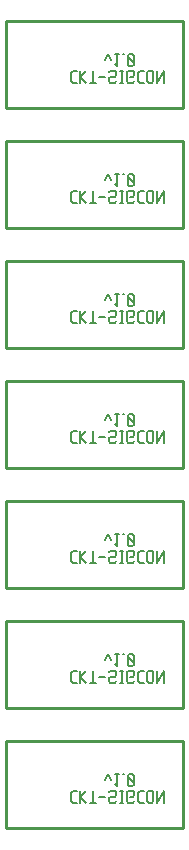
<source format=gbr>
G04 start of page 10 for group -4078 idx -4078 *
G04 Title: (unknown), bottomsilk *
G04 Creator: pcb 4.0.2 *
G04 CreationDate: Wed Oct 14 23:14:01 2020 UTC *
G04 For: ndholmes *
G04 Format: Gerber/RS-274X *
G04 PCB-Dimensions (mil): 610.00 2710.00 *
G04 PCB-Coordinate-Origin: lower left *
%MOIN*%
%FSLAX25Y25*%
%LNBOTTOMSILK*%
%ADD34C,0.0080*%
%ADD33C,0.0100*%
G54D33*X1000Y150000D02*X60000D01*
Y121000D01*
Y110000D02*Y81000D01*
Y70000D02*Y41000D01*
Y30000D02*Y1000D01*
Y121000D02*X1000D01*
Y110000D02*X60000D01*
X1000Y121000D02*Y150000D01*
X60000Y81000D02*X1000D01*
Y110000D01*
Y70000D02*X60000D01*
Y41000D02*X1000D01*
Y70000D01*
Y30000D02*X60000D01*
Y1000D02*X1000D01*
Y30000D01*
Y190000D02*X60000D01*
Y161000D01*
X1000D01*
Y190000D01*
Y270000D02*X60000D01*
Y241000D01*
X1000D01*
Y270000D01*
Y230000D02*X60000D01*
Y201000D01*
X1000D01*
Y230000D01*
G54D34*X23200Y253500D02*X24500D01*
X22500Y252800D02*X23200Y253500D01*
X22500Y250200D02*Y252800D01*
Y250200D02*X23200Y249500D01*
X24500D01*
X25700D02*Y253500D01*
Y251500D02*X27700Y249500D01*
X25700Y251500D02*X27700Y253500D01*
X28900Y249500D02*X30900D01*
X29900D02*Y253500D01*
X32100Y251500D02*X34100D01*
X37300Y249500D02*X37800Y250000D01*
X35800Y249500D02*X37300D01*
X35300Y250000D02*X35800Y249500D01*
X35300Y250000D02*Y251000D01*
X35800Y251500D01*
X37300D01*
X37800Y252000D01*
Y253000D01*
X37300Y253500D02*X37800Y253000D01*
X35800Y253500D02*X37300D01*
X35300Y253000D02*X35800Y253500D01*
X39000Y249500D02*X40000D01*
X39500D02*Y253500D01*
X39000D02*X40000D01*
X43200Y249500D02*X43700Y250000D01*
X41700Y249500D02*X43200D01*
X41200Y250000D02*X41700Y249500D01*
X41200Y250000D02*Y253000D01*
X41700Y253500D01*
X43200D01*
X43700Y253000D01*
Y252000D02*Y253000D01*
X43200Y251500D02*X43700Y252000D01*
X42200Y251500D02*X43200D01*
X45600Y253500D02*X46900D01*
X44900Y252800D02*X45600Y253500D01*
X44900Y250200D02*Y252800D01*
Y250200D02*X45600Y249500D01*
X46900D01*
X48100Y250000D02*Y253000D01*
Y250000D02*X48600Y249500D01*
X49600D01*
X50100Y250000D01*
Y253000D01*
X49600Y253500D02*X50100Y253000D01*
X48600Y253500D02*X49600D01*
X48100Y253000D02*X48600Y253500D01*
X51300Y249500D02*Y253500D01*
Y249500D02*X53800Y253500D01*
Y249500D02*Y253500D01*
X34000Y257000D02*X35000Y259000D01*
X36000Y257000D02*X35000Y259000D01*
X37200Y255800D02*X38000Y255000D01*
Y259000D01*
X37200D02*X38700D01*
X39900D02*X40400D01*
X41600Y258500D02*X42100Y259000D01*
X41600Y255500D02*Y258500D01*
Y255500D02*X42100Y255000D01*
X43100D01*
X43600Y255500D01*
Y258500D01*
X43100Y259000D02*X43600Y258500D01*
X42100Y259000D02*X43100D01*
X41600Y258000D02*X43600Y256000D01*
X23200Y173500D02*X24500D01*
X22500Y172800D02*X23200Y173500D01*
X22500Y170200D02*Y172800D01*
Y170200D02*X23200Y169500D01*
X24500D01*
X25700D02*Y173500D01*
Y171500D02*X27700Y169500D01*
X25700Y171500D02*X27700Y173500D01*
X28900Y169500D02*X30900D01*
X29900D02*Y173500D01*
X32100Y171500D02*X34100D01*
X37300Y169500D02*X37800Y170000D01*
X35800Y169500D02*X37300D01*
X35300Y170000D02*X35800Y169500D01*
X35300Y170000D02*Y171000D01*
X35800Y171500D01*
X37300D01*
X37800Y172000D01*
Y173000D01*
X37300Y173500D02*X37800Y173000D01*
X35800Y173500D02*X37300D01*
X35300Y173000D02*X35800Y173500D01*
X39000Y169500D02*X40000D01*
X39500D02*Y173500D01*
X39000D02*X40000D01*
X43200Y169500D02*X43700Y170000D01*
X41700Y169500D02*X43200D01*
X41200Y170000D02*X41700Y169500D01*
X41200Y170000D02*Y173000D01*
X41700Y173500D01*
X43200D01*
X43700Y173000D01*
Y172000D02*Y173000D01*
X43200Y171500D02*X43700Y172000D01*
X42200Y171500D02*X43200D01*
X45600Y173500D02*X46900D01*
X44900Y172800D02*X45600Y173500D01*
X44900Y170200D02*Y172800D01*
Y170200D02*X45600Y169500D01*
X46900D01*
X48100Y170000D02*Y173000D01*
Y170000D02*X48600Y169500D01*
X49600D01*
X50100Y170000D01*
Y173000D01*
X49600Y173500D02*X50100Y173000D01*
X48600Y173500D02*X49600D01*
X48100Y173000D02*X48600Y173500D01*
X51300Y169500D02*Y173500D01*
Y169500D02*X53800Y173500D01*
Y169500D02*Y173500D01*
X34000Y177000D02*X35000Y179000D01*
X36000Y177000D02*X35000Y179000D01*
X37200Y175800D02*X38000Y175000D01*
Y179000D01*
X37200D02*X38700D01*
X39900D02*X40400D01*
X41600Y178500D02*X42100Y179000D01*
X41600Y175500D02*Y178500D01*
Y175500D02*X42100Y175000D01*
X43100D01*
X43600Y175500D01*
Y178500D01*
X43100Y179000D02*X43600Y178500D01*
X42100Y179000D02*X43100D01*
X41600Y178000D02*X43600Y176000D01*
X23200Y213500D02*X24500D01*
X22500Y212800D02*X23200Y213500D01*
X22500Y210200D02*Y212800D01*
Y210200D02*X23200Y209500D01*
X24500D01*
X25700D02*Y213500D01*
Y211500D02*X27700Y209500D01*
X25700Y211500D02*X27700Y213500D01*
X28900Y209500D02*X30900D01*
X29900D02*Y213500D01*
X32100Y211500D02*X34100D01*
X37300Y209500D02*X37800Y210000D01*
X35800Y209500D02*X37300D01*
X35300Y210000D02*X35800Y209500D01*
X35300Y210000D02*Y211000D01*
X35800Y211500D01*
X37300D01*
X37800Y212000D01*
Y213000D01*
X37300Y213500D02*X37800Y213000D01*
X35800Y213500D02*X37300D01*
X35300Y213000D02*X35800Y213500D01*
X39000Y209500D02*X40000D01*
X39500D02*Y213500D01*
X39000D02*X40000D01*
X43200Y209500D02*X43700Y210000D01*
X41700Y209500D02*X43200D01*
X41200Y210000D02*X41700Y209500D01*
X41200Y210000D02*Y213000D01*
X41700Y213500D01*
X43200D01*
X43700Y213000D01*
Y212000D02*Y213000D01*
X43200Y211500D02*X43700Y212000D01*
X42200Y211500D02*X43200D01*
X45600Y213500D02*X46900D01*
X44900Y212800D02*X45600Y213500D01*
X44900Y210200D02*Y212800D01*
Y210200D02*X45600Y209500D01*
X46900D01*
X48100Y210000D02*Y213000D01*
Y210000D02*X48600Y209500D01*
X49600D01*
X50100Y210000D01*
Y213000D01*
X49600Y213500D02*X50100Y213000D01*
X48600Y213500D02*X49600D01*
X48100Y213000D02*X48600Y213500D01*
X51300Y209500D02*Y213500D01*
Y209500D02*X53800Y213500D01*
Y209500D02*Y213500D01*
X34000Y217000D02*X35000Y219000D01*
X36000Y217000D02*X35000Y219000D01*
X37200Y215800D02*X38000Y215000D01*
Y219000D01*
X37200D02*X38700D01*
X39900D02*X40400D01*
X41600Y218500D02*X42100Y219000D01*
X41600Y215500D02*Y218500D01*
Y215500D02*X42100Y215000D01*
X43100D01*
X43600Y215500D01*
Y218500D01*
X43100Y219000D02*X43600Y218500D01*
X42100Y219000D02*X43100D01*
X41600Y218000D02*X43600Y216000D01*
X23200Y133500D02*X24500D01*
X22500Y132800D02*X23200Y133500D01*
X22500Y130200D02*Y132800D01*
Y130200D02*X23200Y129500D01*
X24500D01*
X25700D02*Y133500D01*
Y131500D02*X27700Y129500D01*
X25700Y131500D02*X27700Y133500D01*
X28900Y129500D02*X30900D01*
X29900D02*Y133500D01*
X32100Y131500D02*X34100D01*
X37300Y129500D02*X37800Y130000D01*
X35800Y129500D02*X37300D01*
X35300Y130000D02*X35800Y129500D01*
X35300Y130000D02*Y131000D01*
X35800Y131500D01*
X37300D01*
X37800Y132000D01*
Y133000D01*
X37300Y133500D02*X37800Y133000D01*
X35800Y133500D02*X37300D01*
X35300Y133000D02*X35800Y133500D01*
X39000Y129500D02*X40000D01*
X39500D02*Y133500D01*
X39000D02*X40000D01*
X43200Y129500D02*X43700Y130000D01*
X41700Y129500D02*X43200D01*
X41200Y130000D02*X41700Y129500D01*
X41200Y130000D02*Y133000D01*
X41700Y133500D01*
X43200D01*
X43700Y133000D01*
Y132000D02*Y133000D01*
X43200Y131500D02*X43700Y132000D01*
X42200Y131500D02*X43200D01*
X45600Y133500D02*X46900D01*
X44900Y132800D02*X45600Y133500D01*
X44900Y130200D02*Y132800D01*
Y130200D02*X45600Y129500D01*
X46900D01*
X48100Y130000D02*Y133000D01*
Y130000D02*X48600Y129500D01*
X49600D01*
X50100Y130000D01*
Y133000D01*
X49600Y133500D02*X50100Y133000D01*
X48600Y133500D02*X49600D01*
X48100Y133000D02*X48600Y133500D01*
X51300Y129500D02*Y133500D01*
Y129500D02*X53800Y133500D01*
Y129500D02*Y133500D01*
X34000Y137000D02*X35000Y139000D01*
X36000Y137000D02*X35000Y139000D01*
X37200Y135800D02*X38000Y135000D01*
Y139000D01*
X37200D02*X38700D01*
X39900D02*X40400D01*
X41600Y138500D02*X42100Y139000D01*
X41600Y135500D02*Y138500D01*
Y135500D02*X42100Y135000D01*
X43100D01*
X43600Y135500D01*
Y138500D01*
X43100Y139000D02*X43600Y138500D01*
X42100Y139000D02*X43100D01*
X41600Y138000D02*X43600Y136000D01*
X23200Y93500D02*X24500D01*
X22500Y92800D02*X23200Y93500D01*
X22500Y90200D02*Y92800D01*
Y90200D02*X23200Y89500D01*
X24500D01*
X25700D02*Y93500D01*
Y91500D02*X27700Y89500D01*
X25700Y91500D02*X27700Y93500D01*
X28900Y89500D02*X30900D01*
X29900D02*Y93500D01*
X32100Y91500D02*X34100D01*
X37300Y89500D02*X37800Y90000D01*
X35800Y89500D02*X37300D01*
X35300Y90000D02*X35800Y89500D01*
X35300Y90000D02*Y91000D01*
X35800Y91500D01*
X37300D01*
X37800Y92000D01*
Y93000D01*
X37300Y93500D02*X37800Y93000D01*
X35800Y93500D02*X37300D01*
X35300Y93000D02*X35800Y93500D01*
X39000Y89500D02*X40000D01*
X39500D02*Y93500D01*
X39000D02*X40000D01*
X43200Y89500D02*X43700Y90000D01*
X41700Y89500D02*X43200D01*
X41200Y90000D02*X41700Y89500D01*
X41200Y90000D02*Y93000D01*
X41700Y93500D01*
X43200D01*
X43700Y93000D01*
Y92000D02*Y93000D01*
X43200Y91500D02*X43700Y92000D01*
X42200Y91500D02*X43200D01*
X45600Y93500D02*X46900D01*
X44900Y92800D02*X45600Y93500D01*
X44900Y90200D02*Y92800D01*
Y90200D02*X45600Y89500D01*
X46900D01*
X48100Y90000D02*Y93000D01*
Y90000D02*X48600Y89500D01*
X49600D01*
X50100Y90000D01*
Y93000D01*
X49600Y93500D02*X50100Y93000D01*
X48600Y93500D02*X49600D01*
X48100Y93000D02*X48600Y93500D01*
X51300Y89500D02*Y93500D01*
Y89500D02*X53800Y93500D01*
Y89500D02*Y93500D01*
X34000Y97000D02*X35000Y99000D01*
X36000Y97000D02*X35000Y99000D01*
X37200Y95800D02*X38000Y95000D01*
Y99000D01*
X37200D02*X38700D01*
X39900D02*X40400D01*
X41600Y98500D02*X42100Y99000D01*
X41600Y95500D02*Y98500D01*
Y95500D02*X42100Y95000D01*
X43100D01*
X43600Y95500D01*
Y98500D01*
X43100Y99000D02*X43600Y98500D01*
X42100Y99000D02*X43100D01*
X41600Y98000D02*X43600Y96000D01*
X23200Y53500D02*X24500D01*
X22500Y52800D02*X23200Y53500D01*
X22500Y50200D02*Y52800D01*
Y50200D02*X23200Y49500D01*
X24500D01*
X25700D02*Y53500D01*
Y51500D02*X27700Y49500D01*
X25700Y51500D02*X27700Y53500D01*
X28900Y49500D02*X30900D01*
X29900D02*Y53500D01*
X32100Y51500D02*X34100D01*
X37300Y49500D02*X37800Y50000D01*
X35800Y49500D02*X37300D01*
X35300Y50000D02*X35800Y49500D01*
X35300Y50000D02*Y51000D01*
X35800Y51500D01*
X37300D01*
X37800Y52000D01*
Y53000D01*
X37300Y53500D02*X37800Y53000D01*
X35800Y53500D02*X37300D01*
X35300Y53000D02*X35800Y53500D01*
X39000Y49500D02*X40000D01*
X39500D02*Y53500D01*
X39000D02*X40000D01*
X43200Y49500D02*X43700Y50000D01*
X41700Y49500D02*X43200D01*
X41200Y50000D02*X41700Y49500D01*
X41200Y50000D02*Y53000D01*
X41700Y53500D01*
X43200D01*
X43700Y53000D01*
Y52000D02*Y53000D01*
X43200Y51500D02*X43700Y52000D01*
X42200Y51500D02*X43200D01*
X45600Y53500D02*X46900D01*
X44900Y52800D02*X45600Y53500D01*
X44900Y50200D02*Y52800D01*
Y50200D02*X45600Y49500D01*
X46900D01*
X48100Y50000D02*Y53000D01*
Y50000D02*X48600Y49500D01*
X49600D01*
X50100Y50000D01*
Y53000D01*
X49600Y53500D02*X50100Y53000D01*
X48600Y53500D02*X49600D01*
X48100Y53000D02*X48600Y53500D01*
X51300Y49500D02*Y53500D01*
Y49500D02*X53800Y53500D01*
Y49500D02*Y53500D01*
X34000Y57000D02*X35000Y59000D01*
X36000Y57000D02*X35000Y59000D01*
X37200Y55800D02*X38000Y55000D01*
Y59000D01*
X37200D02*X38700D01*
X39900D02*X40400D01*
X41600Y58500D02*X42100Y59000D01*
X41600Y55500D02*Y58500D01*
Y55500D02*X42100Y55000D01*
X43100D01*
X43600Y55500D01*
Y58500D01*
X43100Y59000D02*X43600Y58500D01*
X42100Y59000D02*X43100D01*
X41600Y58000D02*X43600Y56000D01*
X23200Y13500D02*X24500D01*
X22500Y12800D02*X23200Y13500D01*
X22500Y10200D02*Y12800D01*
Y10200D02*X23200Y9500D01*
X24500D01*
X25700D02*Y13500D01*
Y11500D02*X27700Y9500D01*
X25700Y11500D02*X27700Y13500D01*
X28900Y9500D02*X30900D01*
X29900D02*Y13500D01*
X32100Y11500D02*X34100D01*
X37300Y9500D02*X37800Y10000D01*
X35800Y9500D02*X37300D01*
X35300Y10000D02*X35800Y9500D01*
X35300Y10000D02*Y11000D01*
X35800Y11500D01*
X37300D01*
X37800Y12000D01*
Y13000D01*
X37300Y13500D02*X37800Y13000D01*
X35800Y13500D02*X37300D01*
X35300Y13000D02*X35800Y13500D01*
X39000Y9500D02*X40000D01*
X39500D02*Y13500D01*
X39000D02*X40000D01*
X43200Y9500D02*X43700Y10000D01*
X41700Y9500D02*X43200D01*
X41200Y10000D02*X41700Y9500D01*
X41200Y10000D02*Y13000D01*
X41700Y13500D01*
X43200D01*
X43700Y13000D01*
Y12000D02*Y13000D01*
X43200Y11500D02*X43700Y12000D01*
X42200Y11500D02*X43200D01*
X45600Y13500D02*X46900D01*
X44900Y12800D02*X45600Y13500D01*
X44900Y10200D02*Y12800D01*
Y10200D02*X45600Y9500D01*
X46900D01*
X48100Y10000D02*Y13000D01*
Y10000D02*X48600Y9500D01*
X49600D01*
X50100Y10000D01*
Y13000D01*
X49600Y13500D02*X50100Y13000D01*
X48600Y13500D02*X49600D01*
X48100Y13000D02*X48600Y13500D01*
X51300Y9500D02*Y13500D01*
Y9500D02*X53800Y13500D01*
Y9500D02*Y13500D01*
X34000Y17000D02*X35000Y19000D01*
X36000Y17000D02*X35000Y19000D01*
X37200Y15800D02*X38000Y15000D01*
Y19000D01*
X37200D02*X38700D01*
X39900D02*X40400D01*
X41600Y18500D02*X42100Y19000D01*
X41600Y15500D02*Y18500D01*
Y15500D02*X42100Y15000D01*
X43100D01*
X43600Y15500D01*
Y18500D01*
X43100Y19000D02*X43600Y18500D01*
X42100Y19000D02*X43100D01*
X41600Y18000D02*X43600Y16000D01*
M02*

</source>
